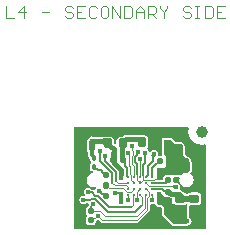
<source format=gbl>
G04*
G04 #@! TF.GenerationSoftware,Altium Limited,Altium Designer,20.2.6 (244)*
G04*
G04 Layer_Physical_Order=4*
G04 Layer_Color=16737843*
%FSLAX25Y25*%
%MOIN*%
G70*
G04*
G04 #@! TF.SameCoordinates,A1248B6C-439F-447A-ADC8-1C90144166A7*
G04*
G04*
G04 #@! TF.FilePolarity,Positive*
G04*
G01*
G75*
%ADD10C,0.00394*%
%ADD11C,0.00591*%
%ADD15C,0.03937*%
%ADD16C,0.01575*%
G04:AMPARAMS|DCode=17|XSize=33.47mil|YSize=29.53mil|CornerRadius=5.91mil|HoleSize=0mil|Usage=FLASHONLY|Rotation=90.000|XOffset=0mil|YOffset=0mil|HoleType=Round|Shape=RoundedRectangle|*
%AMROUNDEDRECTD17*
21,1,0.03347,0.01772,0,0,90.0*
21,1,0.02165,0.02953,0,0,90.0*
1,1,0.01181,0.00886,0.01083*
1,1,0.01181,0.00886,-0.01083*
1,1,0.01181,-0.00886,-0.01083*
1,1,0.01181,-0.00886,0.01083*
%
%ADD17ROUNDEDRECTD17*%
G04:AMPARAMS|DCode=18|XSize=20.47mil|YSize=20.47mil|CornerRadius=4.1mil|HoleSize=0mil|Usage=FLASHONLY|Rotation=180.000|XOffset=0mil|YOffset=0mil|HoleType=Round|Shape=RoundedRectangle|*
%AMROUNDEDRECTD18*
21,1,0.02047,0.01228,0,0,180.0*
21,1,0.01228,0.02047,0,0,180.0*
1,1,0.00819,-0.00614,0.00614*
1,1,0.00819,0.00614,0.00614*
1,1,0.00819,0.00614,-0.00614*
1,1,0.00819,-0.00614,-0.00614*
%
%ADD18ROUNDEDRECTD18*%
G04:AMPARAMS|DCode=19|XSize=20.47mil|YSize=20.47mil|CornerRadius=4.1mil|HoleSize=0mil|Usage=FLASHONLY|Rotation=90.000|XOffset=0mil|YOffset=0mil|HoleType=Round|Shape=RoundedRectangle|*
%AMROUNDEDRECTD19*
21,1,0.02047,0.01228,0,0,90.0*
21,1,0.01228,0.02047,0,0,90.0*
1,1,0.00819,0.00614,0.00614*
1,1,0.00819,0.00614,-0.00614*
1,1,0.00819,-0.00614,-0.00614*
1,1,0.00819,-0.00614,0.00614*
%
%ADD19ROUNDEDRECTD19*%
G04:AMPARAMS|DCode=20|XSize=33.47mil|YSize=29.53mil|CornerRadius=5.91mil|HoleSize=0mil|Usage=FLASHONLY|Rotation=180.000|XOffset=0mil|YOffset=0mil|HoleType=Round|Shape=RoundedRectangle|*
%AMROUNDEDRECTD20*
21,1,0.03347,0.01772,0,0,180.0*
21,1,0.02165,0.02953,0,0,180.0*
1,1,0.01181,-0.01083,0.00886*
1,1,0.01181,0.01083,0.00886*
1,1,0.01181,0.01083,-0.00886*
1,1,0.01181,-0.01083,-0.00886*
%
%ADD20ROUNDEDRECTD20*%
G04:AMPARAMS|DCode=21|XSize=19.68mil|YSize=13.78mil|CornerRadius=3.45mil|HoleSize=0mil|Usage=FLASHONLY|Rotation=270.000|XOffset=0mil|YOffset=0mil|HoleType=Round|Shape=RoundedRectangle|*
%AMROUNDEDRECTD21*
21,1,0.01968,0.00689,0,0,270.0*
21,1,0.01280,0.01378,0,0,270.0*
1,1,0.00689,-0.00345,-0.00640*
1,1,0.00689,-0.00345,0.00640*
1,1,0.00689,0.00345,0.00640*
1,1,0.00689,0.00345,-0.00640*
%
%ADD21ROUNDEDRECTD21*%
G04:AMPARAMS|DCode=22|XSize=43.31mil|YSize=15.75mil|CornerRadius=2.36mil|HoleSize=0mil|Usage=FLASHONLY|Rotation=90.000|XOffset=0mil|YOffset=0mil|HoleType=Round|Shape=RoundedRectangle|*
%AMROUNDEDRECTD22*
21,1,0.04331,0.01102,0,0,90.0*
21,1,0.03858,0.01575,0,0,90.0*
1,1,0.00472,0.00551,0.01929*
1,1,0.00472,0.00551,-0.01929*
1,1,0.00472,-0.00551,-0.01929*
1,1,0.00472,-0.00551,0.01929*
%
%ADD22ROUNDEDRECTD22*%
%ADD23C,0.00787*%
%ADD24C,0.00787*%
%ADD25C,0.01575*%
%ADD26C,0.01378*%
%ADD27C,0.01772*%
G36*
X829270Y455531D02*
X829622Y455031D01*
X829504Y454141D01*
X829653Y453011D01*
X830090Y451957D01*
X830784Y451052D01*
X831688Y450358D01*
X832742Y449922D01*
X833873Y449773D01*
X834900Y449908D01*
X835400Y449619D01*
Y421531D01*
X791400Y421531D01*
Y455531D01*
X829270Y455531D01*
D02*
G37*
%LPC*%
G36*
X813294Y452994D02*
X808781D01*
X808244Y452887D01*
X807788Y452583D01*
X807696Y452491D01*
X806707D01*
X806246Y452399D01*
X805856Y452138D01*
X805595Y451748D01*
X805503Y451287D01*
Y450087D01*
X805008Y449866D01*
X804762Y450061D01*
Y451287D01*
X804670Y451748D01*
X804409Y452138D01*
X804018Y452399D01*
X803557Y452491D01*
X801786D01*
X801589Y452452D01*
X801538Y452470D01*
X799878Y452414D01*
X799831Y452392D01*
X799641D01*
X799620Y452396D01*
X797763D01*
X797258Y452497D01*
X796682Y452382D01*
X796194Y452056D01*
X795868Y451567D01*
X795753Y450991D01*
X795810Y450704D01*
X795808Y450431D01*
X795787Y449897D01*
X795767Y449684D01*
X795760Y449642D01*
X795750Y449603D01*
X795760Y449528D01*
X795757Y449514D01*
X795709Y449398D01*
X795726Y449358D01*
X795703Y449243D01*
Y448015D01*
X795781Y447625D01*
X795918Y447420D01*
X795917Y447397D01*
X795926Y447373D01*
X795928Y447361D01*
X795936Y447347D01*
X795948Y447303D01*
X795960Y447239D01*
X796007Y446589D01*
X796009Y446379D01*
X796055Y446270D01*
X796132Y445886D01*
X796415Y445463D01*
X796748Y445129D01*
Y444741D01*
X796820Y444377D01*
X796899Y444258D01*
X796987Y443905D01*
X796899Y443551D01*
X796820Y443433D01*
X796748Y443068D01*
Y441789D01*
X796820Y441424D01*
X797027Y441115D01*
X797336Y440908D01*
X797587Y440858D01*
Y440348D01*
X797033Y440238D01*
X796258Y439720D01*
X795741Y438945D01*
X795559Y438031D01*
X795741Y437117D01*
X796258Y436343D01*
X797033Y435825D01*
X797947Y435643D01*
X798606Y435774D01*
X798801Y435303D01*
X798726Y435253D01*
X798421Y434797D01*
X798410Y434744D01*
X798231Y434634D01*
X797862Y434549D01*
X797679Y434671D01*
X797491Y434708D01*
X797351Y434770D01*
X797310Y434772D01*
X797175Y434909D01*
X797168Y434909D01*
X797071Y435056D01*
X796615Y435360D01*
X796077Y435467D01*
X795540Y435360D01*
X795084Y435056D01*
X794779Y434600D01*
X794672Y434062D01*
X794779Y433525D01*
X795055Y433111D01*
X795006Y432949D01*
X794811Y432650D01*
X794502Y432711D01*
X793965Y432604D01*
X793509Y432300D01*
X793204Y431844D01*
X793097Y431306D01*
X793204Y430769D01*
X793509Y430313D01*
X793965Y430008D01*
X794502Y429901D01*
X795040Y430008D01*
X795496Y430313D01*
X795542Y430383D01*
X796026Y430395D01*
X796247Y430125D01*
X796305Y429835D01*
X796300Y429830D01*
X796311Y429709D01*
X796282Y429634D01*
X796202Y429513D01*
X796172Y429366D01*
X795939Y429319D01*
X795608Y429098D01*
X795387Y428767D01*
X795310Y428377D01*
Y427149D01*
X795387Y426759D01*
X795608Y426428D01*
Y425949D01*
X795387Y425618D01*
X795310Y425228D01*
Y423999D01*
X795387Y423609D01*
X795608Y423278D01*
X795939Y423057D01*
X796329Y422980D01*
X797557D01*
X797948Y423057D01*
X798279Y423278D01*
X798499Y423609D01*
X798577Y423999D01*
Y424386D01*
X799014Y424703D01*
X799400Y424626D01*
X799608Y424667D01*
X800224Y424051D01*
X800484Y423877D01*
X800791Y423816D01*
X812324D01*
X812632Y423877D01*
X812892Y424051D01*
X816370Y427529D01*
X816370Y427529D01*
X816544Y427790D01*
X816605Y428097D01*
Y429583D01*
X817105Y429948D01*
X817337Y429901D01*
X817875Y430008D01*
X818245Y429884D01*
X818418Y429770D01*
X818552Y429568D01*
X818804Y429400D01*
X818854Y429280D01*
X819306Y429092D01*
X820222D01*
X820635Y428679D01*
Y426582D01*
X820822Y426130D01*
X823972Y422980D01*
X824424Y422793D01*
X829148D01*
X829249Y422835D01*
X829686Y422922D01*
X830142Y423226D01*
X830446Y423682D01*
X830553Y424220D01*
X830446Y424757D01*
X830142Y425213D01*
X829787Y425450D01*
Y429364D01*
X830287Y429736D01*
X830428Y429708D01*
X832593D01*
X833054Y429800D01*
X833444Y430061D01*
X833706Y430452D01*
X833797Y430913D01*
Y432684D01*
X833706Y433145D01*
X833444Y433536D01*
X833054Y433797D01*
X832593Y433889D01*
X830428D01*
X829967Y433797D01*
X829674Y433601D01*
X829558Y433553D01*
X829543Y433516D01*
X829507Y433495D01*
X829445Y433416D01*
X829401Y433374D01*
X829341Y433331D01*
X829260Y433287D01*
X829155Y433244D01*
X829148Y433242D01*
X829141Y433244D01*
X829036Y433287D01*
X828955Y433331D01*
X828895Y433374D01*
X828851Y433416D01*
X828789Y433495D01*
X828753Y433516D01*
X828738Y433553D01*
X828622Y433601D01*
X828329Y433797D01*
X827869Y433889D01*
X827765D01*
X827197Y434457D01*
X827020Y434575D01*
X826745Y434932D01*
X826753Y435269D01*
X826805Y435531D01*
X826698Y436068D01*
X826394Y436524D01*
X825938Y436829D01*
X825514Y436913D01*
X825506Y436925D01*
X825494Y436927D01*
X825487Y436936D01*
X825255Y436968D01*
X825024Y437008D01*
X825014Y437002D01*
X825003Y437003D01*
X824928Y436984D01*
X824632Y437183D01*
X824483Y437392D01*
Y438535D01*
X824913Y438935D01*
X826250D01*
X826567Y438548D01*
X826464Y438031D01*
X826646Y437117D01*
X827164Y436343D01*
X827939Y435825D01*
X828853Y435643D01*
X829767Y435825D01*
X830542Y436343D01*
X831059Y437117D01*
X831241Y438031D01*
X831059Y438945D01*
X830542Y439720D01*
X830192Y439954D01*
X830142Y440452D01*
X830387Y440697D01*
X830575Y441149D01*
Y443905D01*
X830387Y444357D01*
X830352Y444392D01*
Y444594D01*
X830261Y445055D01*
X830000Y445445D01*
X829609Y445706D01*
X829148Y445798D01*
X828946D01*
X828213Y446532D01*
Y449417D01*
X828179Y449499D01*
X828095Y449917D01*
X827834Y450308D01*
X827444Y450568D01*
X826983Y450660D01*
X825241D01*
X824065Y451837D01*
X823613Y452024D01*
X821274Y452024D01*
X820822Y451837D01*
X820635Y451385D01*
Y446661D01*
X820734Y446421D01*
X820714Y446328D01*
X820453Y445944D01*
X820437Y445932D01*
X819659D01*
X819651Y445936D01*
X819300Y446354D01*
X819285Y446419D01*
X819333Y446661D01*
X819226Y447198D01*
X818921Y447654D01*
X818465Y447959D01*
X817928Y448066D01*
X817390Y447959D01*
X816934Y447654D01*
X816808Y447465D01*
X816277Y447571D01*
X816273Y447592D01*
X815968Y448048D01*
X815887Y448102D01*
X815826Y448664D01*
X816087Y449054D01*
X816179Y449515D01*
Y451680D01*
X816087Y452141D01*
X815826Y452532D01*
X815436Y452793D01*
X814975Y452885D01*
X813836D01*
X813832Y452887D01*
X813294Y452994D01*
D02*
G37*
%LPD*%
G36*
X801208Y449416D02*
X801213Y449565D01*
X801181Y449698D01*
X801114Y449816D01*
X801009Y449918D01*
X800869Y450004D01*
X800693Y450074D01*
X800480Y450129D01*
X800231Y450169D01*
X799946Y450192D01*
X799625Y450200D01*
X799900Y451775D01*
X801560Y451832D01*
X801208Y449416D01*
D02*
G37*
G36*
X798224Y450653D02*
X798289Y449508D01*
X798306Y449441D01*
X798326Y449398D01*
X796348D01*
X796368Y449441D01*
X796385Y449508D01*
X796401Y449599D01*
X796425Y449854D01*
X796447Y450417D01*
X796451Y450913D01*
X798223D01*
X798224Y450653D01*
D02*
G37*
G36*
X798198Y447690D02*
X798162Y447629D01*
X798130Y447548D01*
X798102Y447446D01*
X798079Y447322D01*
X798060Y447177D01*
X798034Y446823D01*
X798026Y446385D01*
X796648D01*
X796646Y446615D01*
X796595Y447322D01*
X796572Y447446D01*
X796544Y447548D01*
X796513Y447629D01*
X796477Y447690D01*
X796436Y447728D01*
X798238D01*
X798198Y447690D01*
D02*
G37*
G36*
X805329Y447191D02*
X805330Y446895D01*
X805408Y445589D01*
X805428Y445512D01*
X805452Y445461D01*
X803475D01*
X803528Y445555D01*
X803575Y445668D01*
X803617Y445800D01*
X803654Y445952D01*
X803684Y446122D01*
X803729Y446522D01*
X803752Y447000D01*
X803754Y447268D01*
X805329Y447191D01*
D02*
G37*
G36*
X818340Y445877D02*
X818270Y445835D01*
X818207Y445789D01*
X818151Y445738D01*
X818103Y445682D01*
X818062Y445621D01*
X818028Y445555D01*
X818002Y445485D01*
X817984Y445409D01*
X817973Y445329D01*
X817969Y445244D01*
X817378Y445434D01*
X817376Y445512D01*
X817369Y445590D01*
X817358Y445669D01*
X817342Y445749D01*
X817322Y445828D01*
X817268Y445989D01*
X817234Y446069D01*
X817152Y446232D01*
X818340Y445877D01*
D02*
G37*
G36*
X823613Y451385D02*
X825187Y449810D01*
X827180Y449810D01*
X827573Y449417D01*
Y446267D01*
X829935Y443905D01*
Y441149D01*
X829148Y440361D01*
X828853Y440420D01*
X827939Y440238D01*
X827164Y439720D01*
X827066Y439574D01*
X821668D01*
X820880Y438787D01*
Y438019D01*
X819306D01*
Y441936D01*
X821274D01*
X822062Y442724D01*
Y445873D01*
X821274Y446661D01*
Y451385D01*
X823613Y451385D01*
D02*
G37*
G36*
X814059Y437395D02*
X814012Y437347D01*
X813932Y437254D01*
X813899Y437209D01*
X813870Y437166D01*
X813845Y437123D01*
X813825Y437082D01*
X813809Y437041D01*
X813797Y437002D01*
X813791Y436964D01*
X813400Y437355D01*
X813010Y436964D01*
X813003Y437002D01*
X812991Y437041D01*
X812975Y437082D01*
X812955Y437123D01*
X812930Y437166D01*
X812901Y437209D01*
X812868Y437254D01*
X812788Y437347D01*
X812741Y437395D01*
X813020Y437674D01*
X813068Y437627D01*
X813161Y437547D01*
X813206Y437514D01*
X813249Y437485D01*
X813292Y437460D01*
X813333Y437440D01*
X813374Y437424D01*
X813400Y437416D01*
X813426Y437424D01*
X813467Y437440D01*
X813508Y437460D01*
X813551Y437485D01*
X813594Y437514D01*
X813639Y437547D01*
X813732Y437627D01*
X813780Y437674D01*
X814059Y437395D01*
D02*
G37*
G36*
X811100Y437627D02*
X811193Y437547D01*
X811237Y437514D01*
X811281Y437485D01*
X811324Y437460D01*
X811365Y437440D01*
X811405Y437424D01*
X811444Y437413D01*
X811482Y437405D01*
X811041Y436964D01*
X811034Y437002D01*
X811023Y437041D01*
X811007Y437082D01*
X810987Y437123D01*
X810962Y437166D01*
X810933Y437209D01*
X810899Y437254D01*
X810819Y437347D01*
X810773Y437395D01*
X811051Y437674D01*
X811100Y437627D01*
D02*
G37*
G36*
X824528Y435376D02*
X824508Y435463D01*
X824482Y435541D01*
X824450Y435609D01*
X824410Y435669D01*
X824364Y435719D01*
X824312Y435761D01*
X824253Y435793D01*
X824187Y435816D01*
X824115Y435829D01*
X824036Y435834D01*
X824322Y436228D01*
X824379Y436229D01*
X824512Y436242D01*
X824669Y436267D01*
X824949Y436328D01*
X825165Y436385D01*
X824528Y435376D01*
D02*
G37*
G36*
X815766Y435059D02*
X815777Y435020D01*
X815793Y434980D01*
X815814Y434938D01*
X815838Y434896D01*
X815867Y434852D01*
X815901Y434807D01*
X815981Y434714D01*
X816027Y434666D01*
X815749Y434388D01*
X815701Y434434D01*
X815608Y434514D01*
X815563Y434548D01*
X815519Y434577D01*
X815477Y434601D01*
X815435Y434622D01*
X815395Y434638D01*
X815356Y434649D01*
X815318Y434656D01*
X815759Y435097D01*
X815766Y435059D01*
D02*
G37*
G36*
X813451Y434656D02*
X813413Y434649D01*
X813374Y434638D01*
X813333Y434622D01*
X813292Y434601D01*
X813249Y434577D01*
X813206Y434548D01*
X813161Y434514D01*
X813068Y434434D01*
X813020Y434388D01*
X812741Y434666D01*
X812788Y434714D01*
X812868Y434807D01*
X812901Y434852D01*
X812930Y434896D01*
X812955Y434938D01*
X812975Y434980D01*
X812991Y435020D01*
X813003Y435059D01*
X813010Y435097D01*
X813451Y434656D01*
D02*
G37*
G36*
X796939Y434285D02*
X796959Y434253D01*
X796985Y434224D01*
X797018Y434200D01*
X797056Y434179D01*
X797099Y434162D01*
X797149Y434149D01*
X797205Y434139D01*
X797266Y434133D01*
X797333Y434131D01*
X797325Y433541D01*
X797227Y433540D01*
X796978Y433522D01*
X796910Y433510D01*
X796850Y433497D01*
X796798Y433481D01*
X796753Y433463D01*
X796716Y433442D01*
X796686Y433419D01*
X796924Y434321D01*
X796939Y434285D01*
D02*
G37*
G36*
X830011Y432488D02*
X830033Y432487D01*
Y430913D01*
X830011Y430912D01*
Y430496D01*
X829943Y430575D01*
X829851Y430646D01*
X829736Y430708D01*
X829597Y430762D01*
X829434Y430808D01*
X829248Y430846D01*
X829148Y430860D01*
X829049Y430846D01*
X828862Y430808D01*
X828699Y430762D01*
X828560Y430708D01*
X828445Y430646D01*
X828353Y430575D01*
X828286Y430496D01*
Y430912D01*
X828263Y430913D01*
Y432487D01*
X828286Y432488D01*
Y433101D01*
X828377Y432985D01*
X828487Y432880D01*
X828615Y432788D01*
X828762Y432709D01*
X828928Y432641D01*
X829112Y432586D01*
X829148Y432578D01*
X829185Y432586D01*
X829368Y432641D01*
X829534Y432709D01*
X829681Y432788D01*
X829809Y432880D01*
X829919Y432985D01*
X830011Y433101D01*
Y432488D01*
D02*
G37*
G36*
X809753Y432806D02*
X809734Y432770D01*
X809716Y432730D01*
X809701Y432687D01*
X809689Y432640D01*
X809678Y432588D01*
X809670Y432533D01*
X809661Y432410D01*
X809660Y432343D01*
X809266D01*
X809265Y432410D01*
X809256Y432533D01*
X809248Y432588D01*
X809237Y432640D01*
X809225Y432687D01*
X809210Y432730D01*
X809192Y432770D01*
X809173Y432806D01*
X809151Y432838D01*
X809775D01*
X809753Y432806D01*
D02*
G37*
G36*
X797440Y429265D02*
X797414Y429269D01*
X797385Y429267D01*
X797355Y429260D01*
X797322Y429248D01*
X797287Y429231D01*
X797250Y429209D01*
X797211Y429181D01*
X797170Y429148D01*
X797142Y429121D01*
X797142Y429099D01*
X797148Y429030D01*
X797158Y428969D01*
X797172Y428917D01*
X797189Y428872D01*
X797211Y428835D01*
X797237Y428807D01*
X797266Y428787D01*
X797300Y428774D01*
X797337Y428770D01*
X796550D01*
X796587Y428774D01*
X796621Y428787D01*
X796650Y428807D01*
X796676Y428835D01*
X796697Y428872D01*
X796715Y428917D01*
X796729Y428969D01*
X796739Y429030D01*
X796744Y429099D01*
X796746Y429176D01*
X796973D01*
X796804Y429345D01*
X796838Y429380D01*
X796866Y429415D01*
X796890Y429448D01*
X796908Y429479D01*
X796921Y429509D01*
X796930Y429538D01*
X796933Y429566D01*
X796930Y429592D01*
X796923Y429617D01*
X796911Y429640D01*
X797440Y429265D01*
D02*
G37*
G36*
X811079Y429451D02*
X811021Y429393D01*
X810786Y429127D01*
X810776Y429109D01*
X810772Y429096D01*
X810445Y429422D01*
X810459Y429426D01*
X810477Y429436D01*
X810500Y429452D01*
X810528Y429474D01*
X810642Y429575D01*
X810800Y429729D01*
X811079Y429451D01*
D02*
G37*
G36*
X821668Y432487D02*
X822515D01*
X822533Y432470D01*
X822988Y432166D01*
X823526Y432059D01*
X824030D01*
Y430125D01*
X824809D01*
X824852Y430061D01*
X825242Y429800D01*
X825703Y429708D01*
X827869D01*
X828329Y429800D01*
X828622Y429996D01*
X828648Y430006D01*
X829046Y429843D01*
X829148Y429754D01*
Y423432D01*
X824424D01*
X821274Y426582D01*
Y428944D01*
X820487Y429732D01*
X819306D01*
Y433669D01*
X820487D01*
X821668Y432487D01*
D02*
G37*
D10*
X799907Y427588D02*
X801602Y425893D01*
X812267D02*
X814889Y428515D01*
X801602Y425893D02*
X812267D01*
X797119Y427588D02*
X799907D01*
X799400Y426010D02*
Y426031D01*
X800791Y424619D02*
X812324D01*
X799400Y426010D02*
X800791Y424619D01*
X799081Y426031D02*
X799400D01*
X796943Y424613D02*
X797639Y425309D01*
X798359D01*
X799081Y426031D01*
X818303Y438175D02*
X819112D01*
X818127Y437999D02*
X818303Y438175D01*
X819112D02*
X819699Y438763D01*
Y439968D01*
X814384Y437999D02*
X818127D01*
X805982Y437080D02*
X809398D01*
X805308Y437754D02*
X805982Y437080D01*
X809398D02*
X809463Y437015D01*
X808729Y436228D02*
X809388Y435569D01*
X804990Y436228D02*
X808729D01*
X809388Y435122D02*
X809463Y435046D01*
X809388Y435122D02*
Y435569D01*
X804075Y437143D02*
X804990Y436228D01*
X808860Y434062D02*
X810447D01*
X803027Y435181D02*
X807742D01*
X808860Y434062D01*
X801786Y436326D02*
X801881D01*
X803027Y435181D01*
X810447Y434062D02*
X811432Y435046D01*
X810536Y445980D02*
X810984Y446428D01*
X810730Y447876D02*
X810984Y447621D01*
Y446428D02*
Y447621D01*
X810644Y449417D02*
X810730Y449331D01*
Y447876D02*
Y449331D01*
X810536Y443315D02*
Y445980D01*
Y443315D02*
X811356Y442495D01*
Y439059D02*
Y442495D01*
Y439059D02*
X811432Y438983D01*
X813400D02*
Y445086D01*
X809531Y442858D02*
X809955Y442433D01*
Y439986D02*
Y442433D01*
X812324Y424619D02*
X815802Y428097D01*
X810478Y429129D02*
X810939Y429590D01*
Y432586D01*
X809463Y447054D02*
X809531Y446987D01*
X796943Y427763D02*
X797119Y427588D01*
X810447Y437999D02*
Y439494D01*
X809955Y439986D02*
X810447Y439494D01*
X813992Y429803D02*
Y432486D01*
X814889Y428515D02*
Y432599D01*
X815802Y428097D02*
Y432006D01*
X816353Y436031D02*
X824900D01*
X825400Y435531D01*
X796943Y427763D02*
Y429206D01*
X797652Y429914D01*
Y430125D01*
X817337Y431306D02*
Y433078D01*
X814889Y432599D02*
X815368Y433078D01*
X814384Y437999D02*
Y439771D01*
X812416Y437999D02*
Y440066D01*
X816353Y432557D02*
Y434062D01*
X815802Y432006D02*
X816353Y432557D01*
X813400Y433078D02*
X813992Y432486D01*
X812416Y431306D02*
Y434062D01*
X809531Y442858D02*
Y446987D01*
X815368Y435046D02*
X816353Y434062D01*
X810939Y432586D02*
X811432Y433078D01*
X812416Y434062D02*
X813400Y435046D01*
X809463Y431306D02*
Y433078D01*
X812416Y437999D02*
X813400Y437015D01*
X815368D02*
X816353Y436031D01*
X813400Y437015D02*
X814384Y437999D01*
X810447D02*
X811432Y437015D01*
X768715Y496069D02*
Y492134D01*
X771339D01*
X774619D02*
Y496069D01*
X772651Y494102D01*
X775275D01*
X780522D02*
X783146D01*
X791017Y495413D02*
X790362Y496069D01*
X789050D01*
X788394Y495413D01*
Y494758D01*
X789050Y494102D01*
X790362D01*
X791017Y493446D01*
Y492790D01*
X790362Y492134D01*
X789050D01*
X788394Y492790D01*
X794953Y496069D02*
X792329D01*
Y492134D01*
X794953D01*
X792329Y494102D02*
X793641D01*
X798889Y495413D02*
X798233Y496069D01*
X796921D01*
X796265Y495413D01*
Y492790D01*
X796921Y492134D01*
X798233D01*
X798889Y492790D01*
X802169Y496069D02*
X800857D01*
X800201Y495413D01*
Y492790D01*
X800857Y492134D01*
X802169D01*
X802825Y492790D01*
Y495413D01*
X802169Y496069D01*
X804137Y492134D02*
Y496069D01*
X806761Y492134D01*
Y496069D01*
X808072D02*
Y492134D01*
X810040D01*
X810696Y492790D01*
Y495413D01*
X810040Y496069D01*
X808072D01*
X812008Y492134D02*
Y494758D01*
X813320Y496069D01*
X814632Y494758D01*
Y492134D01*
Y494102D01*
X812008D01*
X815944Y492134D02*
Y496069D01*
X817912D01*
X818568Y495413D01*
Y494102D01*
X817912Y493446D01*
X815944D01*
X817256D02*
X818568Y492134D01*
X819880Y496069D02*
Y495413D01*
X821192Y494102D01*
X822503Y495413D01*
Y496069D01*
X821192Y494102D02*
Y492134D01*
X830375Y495413D02*
X829719Y496069D01*
X828407D01*
X827751Y495413D01*
Y494758D01*
X828407Y494102D01*
X829719D01*
X830375Y493446D01*
Y492790D01*
X829719Y492134D01*
X828407D01*
X827751Y492790D01*
X831687Y496069D02*
X832999D01*
X832343D01*
Y492134D01*
X831687D01*
X832999D01*
X834967Y496069D02*
Y492134D01*
X836934D01*
X837591Y492790D01*
Y495413D01*
X836934Y496069D01*
X834967D01*
X841526D02*
X838902D01*
Y492134D01*
X841526D01*
X838902Y494102D02*
X840214D01*
D11*
X799719Y434259D02*
X799940D01*
X802577Y427445D02*
X811634D01*
X794502Y431306D02*
X796606D01*
X797000Y431700D01*
X798322D01*
X802577Y427445D01*
X811634D02*
X813992Y429803D01*
X799328Y441338D02*
X800196D01*
X798436Y441770D02*
X798897D01*
X800196Y441338D02*
X801153Y440381D01*
X801193D01*
X801921Y439653D02*
X801983D01*
X798046Y442160D02*
X798436Y441770D01*
X801193Y440381D02*
X801921Y439653D01*
X798897Y441770D02*
X799328Y441338D01*
X798046Y442160D02*
Y442428D01*
X801325Y433460D02*
X801983Y432802D01*
X800739Y433460D02*
X801325D01*
X799940Y434259D02*
X800739Y433460D01*
X799298Y432684D02*
X802854Y429129D01*
X798485Y432684D02*
X799298D01*
X797333Y433836D02*
X798485Y432684D01*
X796303Y433836D02*
X797333D01*
X801815Y444312D02*
Y445647D01*
X801589Y445873D02*
X801815Y445647D01*
Y444312D02*
X805308Y440819D01*
X815959Y439627D02*
Y442527D01*
X817674Y444241D01*
X815368Y439037D02*
X815959Y439627D01*
X815368Y438983D02*
Y439037D01*
X800014Y444447D02*
Y447546D01*
X804075Y437143D02*
Y440386D01*
X800014Y444447D02*
X804075Y440386D01*
X805308Y437754D02*
Y440819D01*
X802854Y429129D02*
X810478D01*
X796077Y434062D02*
X796303Y433836D01*
X817674Y444241D02*
Y446407D01*
X817928Y446661D01*
D15*
X833873Y454141D02*
D03*
D16*
X799719Y434259D02*
D03*
X805034Y433701D02*
D03*
X819306Y453747D02*
D03*
X805132D02*
D03*
X793715Y439968D02*
D03*
Y436818D02*
D03*
X832691Y424220D02*
D03*
X810644Y449417D02*
D03*
X809463Y447054D02*
D03*
X825400Y435531D02*
D03*
X797652Y430125D02*
D03*
X799400Y426031D02*
D03*
X814975Y447054D02*
D03*
X813400Y445086D02*
D03*
X794502Y431306D02*
D03*
X812416D02*
D03*
X800014Y447546D02*
D03*
X817928Y446661D02*
D03*
X801589Y445873D02*
D03*
X809463Y431306D02*
D03*
X817337D02*
D03*
X796077Y434062D02*
D03*
X812613Y447448D02*
D03*
X799620Y450991D02*
D03*
X797258D02*
D03*
X829542Y447054D02*
D03*
X832298D02*
D03*
X829148Y449810D02*
D03*
Y424220D02*
D03*
X822400Y447531D02*
D03*
X826786Y424220D02*
D03*
X822400Y450204D02*
D03*
D17*
X814089Y450598D02*
D03*
X819010D02*
D03*
X802672Y450204D02*
D03*
X807593D02*
D03*
X833183Y443511D02*
D03*
X828262D02*
D03*
D18*
X801983Y436109D02*
D03*
Y432802D02*
D03*
X822849Y430834D02*
D03*
Y434141D02*
D03*
Y441228D02*
D03*
Y437921D02*
D03*
X801983Y436346D02*
D03*
Y439653D02*
D03*
D19*
X796943Y427763D02*
D03*
X793636D02*
D03*
X796943Y424613D02*
D03*
X793636D02*
D03*
X804463Y444692D02*
D03*
X807770D02*
D03*
X797337Y448629D02*
D03*
X794030D02*
D03*
X823321Y444299D02*
D03*
X820014D02*
D03*
D20*
X826786Y431799D02*
D03*
Y426877D02*
D03*
X825900Y453491D02*
D03*
Y448570D02*
D03*
X831510Y431799D02*
D03*
Y426877D02*
D03*
D21*
X798046Y445381D02*
D03*
X793321D02*
D03*
X798046Y442428D02*
D03*
X793321D02*
D03*
D22*
X819699Y432094D02*
D03*
Y439968D02*
D03*
X807101Y432094D02*
D03*
Y439968D02*
D03*
D23*
X809463Y433078D02*
D03*
Y435046D02*
D03*
Y437015D02*
D03*
Y438983D02*
D03*
X811432Y433078D02*
D03*
Y435046D02*
D03*
Y437015D02*
D03*
Y438983D02*
D03*
X813400Y433078D02*
D03*
Y435046D02*
D03*
Y437015D02*
D03*
Y438983D02*
D03*
X815368Y433078D02*
D03*
Y435046D02*
D03*
Y437015D02*
D03*
Y438983D02*
D03*
X817337D02*
D03*
Y437015D02*
D03*
Y435046D02*
D03*
Y433078D02*
D03*
D24*
X806577Y433701D02*
X807101Y433176D01*
X805034Y433701D02*
X806577D01*
X814975Y447054D02*
X815073Y446956D01*
Y443610D02*
Y446956D01*
X814384Y442920D02*
X815073Y443610D01*
X812416Y440066D02*
Y443365D01*
X811727Y444054D02*
Y445779D01*
Y444054D02*
X812416Y443365D01*
X814384Y439771D02*
Y442920D01*
X811727Y445779D02*
X812424Y446477D01*
Y447260D02*
X812613Y447448D01*
X812424Y446477D02*
Y447260D01*
X807958Y444692D02*
X808193Y444457D01*
Y442803D02*
Y444457D01*
Y442803D02*
X808971Y442026D01*
Y439476D02*
Y442026D01*
X807101Y432094D02*
Y433176D01*
X817337Y441936D02*
X819079Y443678D01*
X817337Y438983D02*
Y441936D01*
X819386Y443678D02*
X819699Y443992D01*
X819079Y443678D02*
X819386D01*
X821935Y437015D02*
X822840Y437921D01*
X817337Y437015D02*
X821935D01*
X821263Y434458D02*
X822847D01*
X820674Y435046D02*
X821263Y434458D01*
X818724Y435046D02*
X820674D01*
X818724Y435046D02*
X818724Y435046D01*
X817337Y435046D02*
X818724D01*
X822840Y437921D02*
X822849D01*
X822847Y434458D02*
X822849Y434456D01*
X808971Y439476D02*
X809463Y438983D01*
X819699Y443992D02*
Y444299D01*
D25*
X808781Y451589D02*
X813294D01*
X807593Y450401D02*
X808781Y451589D01*
X813294D02*
X813991Y450893D01*
X807593Y450204D02*
Y450401D01*
X822849Y434141D02*
X823526Y433464D01*
X826203D01*
X827967Y431700D01*
X807396Y445066D02*
Y450007D01*
X802672Y450204D02*
Y450298D01*
X801983Y450987D02*
X802672Y450298D01*
X799625Y450987D02*
X801983D01*
X799620Y450991D02*
X799625Y450987D01*
X797258Y450991D02*
X799620D01*
X807396Y445066D02*
X807810Y444653D01*
X807396Y450007D02*
X807593Y450204D01*
X804699Y443747D02*
Y444456D01*
Y443747D02*
X807101Y441346D01*
X804542Y444771D02*
Y448199D01*
X807101Y439968D02*
Y441346D01*
X804463Y444692D02*
X804699Y444456D01*
X803422Y449318D02*
X804542Y448199D01*
X804463Y444692D02*
X804542Y444771D01*
X827967Y431700D02*
X831117D01*
D26*
X798046Y445381D02*
Y445676D01*
X797337Y446385D02*
X798046Y445676D01*
X797337Y446385D02*
Y448629D01*
D27*
Y450913D01*
X797258Y450991D02*
X797337Y450913D01*
M02*

</source>
